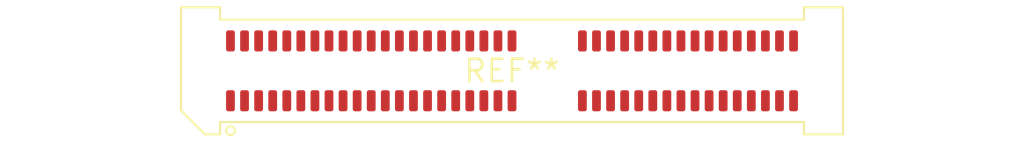
<source format=kicad_pcb>
(kicad_pcb (version 20240108) (generator pcbnew)
  (layers (0 "F.Cu" signal) (31 "B.Cu" signal) (34 "B.Paste" user) (35 "F.Paste" user) (36 "B.SilkS" user "B.Silkscreen") (37 "F.SilkS" user "F.Silkscreen") (38 "B.Mask" user) (39 "F.Mask" user) (44 "Edge.Cuts" user))
  (net 0 "")
  (footprint "Samtec_HSEC8-137-01-X-DV_2x37_P0.8mm_Pol21_Socket" (layer "F.Cu") (at 0 0)
    (property "Reference" "REF**")
    (property "Value" "Samtec_HSEC8-137-01-X-DV_2x37_P0.8mm_Pol21_Socket")
    (fp_line (start -18.81 -3.61) (end -16.59 -3.61) (layer "F.SilkS") (stroke (width 0.12)))
    (fp_line (start -18.81 2.245563) (end -18.81 -3.61) (layer "F.SilkS") (stroke (width 0.12)))
    (fp_line (start -17.445563 3.61) (end -18.81 2.245563) (layer "F.SilkS") (stroke (width 0.12)))
    (fp_line (start -16.59 -3.61) (end -16.59 -2.91) (layer "F.SilkS") (stroke (width 0.12)))
    (fp_line (start -16.59 -2.91) (end 16.59 -2.91) (layer "F.SilkS") (stroke (width 0.12)))
    (fp_line (start -16.59 2.91) (end -16.59 3.61) (layer "F.SilkS") (stroke (width 0.12)))
    (fp_line (start -16.59 3.61) (end -17.445563 3.61) (layer "F.SilkS") (stroke (width 0.12)))
    (fp_line (start 16.59 -3.61) (end 18.81 -3.61) (layer "F.SilkS") (stroke (width 0.12)))
    (fp_line (start 16.59 -2.91) (end 16.59 -3.61) (layer "F.SilkS") (stroke (width 0.12)))
    (fp_line (start 16.59 2.91) (end -16.59 2.91) (layer "F.SilkS") (stroke (width 0.12)))
    (fp_line (start 16.59 3.61) (end 16.59 2.91) (layer "F.SilkS") (stroke (width 0.12)))
    (fp_line (start 18.81 -3.61) (end 18.81 3.61) (layer "F.SilkS") (stroke (width 0.12)))
    (fp_line (start 18.81 3.61) (end 16.59 3.61) (layer "F.SilkS") (stroke (width 0.12)))
    (fp_arc (start -15.75 3.4) (mid -16.25 3.4) (end -15.75 3.4) (layer "F.SilkS") (stroke (width 0.12)))
    (pad "1" smd roundrect (at -16 1.7) (size 0.5 1.2) (layers "F.Cu" "F.Paste" "F.Mask"))
    (pad "2" smd roundrect (at -16 -1.7) (size 0.5 1.2) (layers "F.Cu" "F.Paste" "F.Mask"))
    (pad "3" smd roundrect (at -15.2 1.7) (size 0.5 1.2) (layers "F.Cu" "F.Paste" "F.Mask"))
    (pad "4" smd roundrect (at -15.2 -1.7) (size 0.5 1.2) (layers "F.Cu" "F.Paste" "F.Mask"))
    (pad "5" smd roundrect (at -14.4 1.7) (size 0.5 1.2) (layers "F.Cu" "F.Paste" "F.Mask"))
    (pad "6" smd roundrect (at -14.4 -1.7) (size 0.5 1.2) (layers "F.Cu" "F.Paste" "F.Mask"))
    (pad "7" smd roundrect (at -13.6 1.7) (size 0.5 1.2) (layers "F.Cu" "F.Paste" "F.Mask"))
    (pad "8" smd roundrect (at -13.6 -1.7) (size 0.5 1.2) (layers "F.Cu" "F.Paste" "F.Mask"))
    (pad "9" smd roundrect (at -12.8 1.7) (size 0.5 1.2) (layers "F.Cu" "F.Paste" "F.Mask"))
    (pad "10" smd roundrect (at -12.8 -1.7) (size 0.5 1.2) (layers "F.Cu" "F.Paste" "F.Mask"))
    (pad "11" smd roundrect (at -12 1.7) (size 0.5 1.2) (layers "F.Cu" "F.Paste" "F.Mask"))
    (pad "12" smd roundrect (at -12 -1.7) (size 0.5 1.2) (layers "F.Cu" "F.Paste" "F.Mask"))
    (pad "13" smd roundrect (at -11.2 1.7) (size 0.5 1.2) (layers "F.Cu" "F.Paste" "F.Mask"))
    (pad "14" smd roundrect (at -11.2 -1.7) (size 0.5 1.2) (layers "F.Cu" "F.Paste" "F.Mask"))
    (pad "15" smd roundrect (at -10.4 1.7) (size 0.5 1.2) (layers "F.Cu" "F.Paste" "F.Mask"))
    (pad "16" smd roundrect (at -10.4 -1.7) (size 0.5 1.2) (layers "F.Cu" "F.Paste" "F.Mask"))
    (pad "17" smd roundrect (at -9.6 1.7) (size 0.5 1.2) (layers "F.Cu" "F.Paste" "F.Mask"))
    (pad "18" smd roundrect (at -9.6 -1.7) (size 0.5 1.2) (layers "F.Cu" "F.Paste" "F.Mask"))
    (pad "19" smd roundrect (at -8.8 1.7) (size 0.5 1.2) (layers "F.Cu" "F.Paste" "F.Mask"))
    (pad "20" smd roundrect (at -8.8 -1.7) (size 0.5 1.2) (layers "F.Cu" "F.Paste" "F.Mask"))
    (pad "21" smd roundrect (at -8 1.7) (size 0.5 1.2) (layers "F.Cu" "F.Paste" "F.Mask"))
    (pad "22" smd roundrect (at -8 -1.7) (size 0.5 1.2) (layers "F.Cu" "F.Paste" "F.Mask"))
    (pad "23" smd roundrect (at -7.2 1.7) (size 0.5 1.2) (layers "F.Cu" "F.Paste" "F.Mask"))
    (pad "24" smd roundrect (at -7.2 -1.7) (size 0.5 1.2) (layers "F.Cu" "F.Paste" "F.Mask"))
    (pad "25" smd roundrect (at -6.4 1.7) (size 0.5 1.2) (layers "F.Cu" "F.Paste" "F.Mask"))
    (pad "26" smd roundrect (at -6.4 -1.7) (size 0.5 1.2) (layers "F.Cu" "F.Paste" "F.Mask"))
    (pad "27" smd roundrect (at -5.6 1.7) (size 0.5 1.2) (layers "F.Cu" "F.Paste" "F.Mask"))
    (pad "28" smd roundrect (at -5.6 -1.7) (size 0.5 1.2) (layers "F.Cu" "F.Paste" "F.Mask"))
    (pad "29" smd roundrect (at -4.8 1.7) (size 0.5 1.2) (layers "F.Cu" "F.Paste" "F.Mask"))
    (pad "30" smd roundrect (at -4.8 -1.7) (size 0.5 1.2) (layers "F.Cu" "F.Paste" "F.Mask"))
    (pad "31" smd roundrect (at -4 1.7) (size 0.5 1.2) (layers "F.Cu" "F.Paste" "F.Mask"))
    (pad "32" smd roundrect (at -4 -1.7) (size 0.5 1.2) (layers "F.Cu" "F.Paste" "F.Mask"))
    (pad "33" smd roundrect (at -3.2 1.7) (size 0.5 1.2) (layers "F.Cu" "F.Paste" "F.Mask"))
    (pad "34" smd roundrect (at -3.2 -1.7) (size 0.5 1.2) (layers "F.Cu" "F.Paste" "F.Mask"))
    (pad "35" smd roundrect (at -2.4 1.7) (size 0.5 1.2) (layers "F.Cu" "F.Paste" "F.Mask"))
    (pad "36" smd roundrect (at -2.4 -1.7) (size 0.5 1.2) (layers "F.Cu" "F.Paste" "F.Mask"))
    (pad "37" smd roundrect (at -1.6 1.7) (size 0.5 1.2) (layers "F.Cu" "F.Paste" "F.Mask"))
    (pad "38" smd roundrect (at -1.6 -1.7) (size 0.5 1.2) (layers "F.Cu" "F.Paste" "F.Mask"))
    (pad "39" smd roundrect (at -0.8 1.7) (size 0.5 1.2) (layers "F.Cu" "F.Paste" "F.Mask"))
    (pad "40" smd roundrect (at -0.8 -1.7) (size 0.5 1.2) (layers "F.Cu" "F.Paste" "F.Mask"))
    (pad "41" smd roundrect (at 0 1.7) (size 0.5 1.2) (layers "F.Cu" "F.Paste" "F.Mask"))
    (pad "42" smd roundrect (at 0 -1.7) (size 0.5 1.2) (layers "F.Cu" "F.Paste" "F.Mask"))
    (pad "43" smd roundrect (at 4 1.7) (size 0.5 1.2) (layers "F.Cu" "F.Paste" "F.Mask"))
    (pad "44" smd roundrect (at 4 -1.7) (size 0.5 1.2) (layers "F.Cu" "F.Paste" "F.Mask"))
    (pad "45" smd roundrect (at 4.8 1.7) (size 0.5 1.2) (layers "F.Cu" "F.Paste" "F.Mask"))
    (pad "46" smd roundrect (at 4.8 -1.7) (size 0.5 1.2) (layers "F.Cu" "F.Paste" "F.Mask"))
    (pad "47" smd roundrect (at 5.6 1.7) (size 0.5 1.2) (layers "F.Cu" "F.Paste" "F.Mask"))
    (pad "48" smd roundrect (at 5.6 -1.7) (size 0.5 1.2) (layers "F.Cu" "F.Paste" "F.Mask"))
    (pad "49" smd roundrect (at 6.4 1.7) (size 0.5 1.2) (layers "F.Cu" "F.Paste" "F.Mask"))
    (pad "50" smd roundrect (at 6.4 -1.7) (size 0.5 1.2) (layers "F.Cu" "F.Paste" "F.Mask"))
    (pad "51" smd roundrect (at 7.2 1.7) (size 0.5 1.2) (layers "F.Cu" "F.Paste" "F.Mask"))
    (pad "52" smd roundrect (at 7.2 -1.7) (size 0.5 1.2) (layers "F.Cu" "F.Paste" "F.Mask"))
    (pad "53" smd roundrect (at 8 1.7) (size 0.5 1.2) (layers "F.Cu" "F.Paste" "F.Mask"))
    (pad "54" smd roundrect (at 8 -1.7) (size 0.5 1.2) (layers "F.Cu" "F.Paste" "F.Mask"))
    (pad "55" smd roundrect (at 8.8 1.7) (size 0.5 1.2) (layers "F.Cu" "F.Paste" "F.Mask"))
    (pad "56" smd roundrect (at 8.8 -1.7) (size 0.5 1.2) (layers "F.Cu" "F.Paste" "F.Mask"))
    (pad "57" smd roundrect (at 9.6 1.7) (size 0.5 1.2) (layers "F.Cu" "F.Paste" "F.Mask"))
    (pad "58" smd roundrect (at 9.6 -1.7) (size 0.5 1.2) (layers "F.Cu" "F.Paste" "F.Mask"))
    (pad "59" smd roundrect (at 10.4 1.7) (size 0.5 1.2) (layers "F.Cu" "F.Paste" "F.Mask"))
    (pad "60" smd roundrect (at 10.4 -1.7) (size 0.5 1.2) (layers "F.Cu" "F.Paste" "F.Mask"))
    (pad "61" smd roundrect (at 11.2 1.7) (size 0.5 1.2) (layers "F.Cu" "F.Paste" "F.Mask"))
    (pad "62" smd roundrect (at 11.2 -1.7) (size 0.5 1.2) (layers "F.Cu" "F.Paste" "F.Mask"))
    (pad "63" smd roundrect (at 12 1.7) (size 0.5 1.2) (layers "F.Cu" "F.Paste" "F.Mask"))
    (pad "64" smd roundrect (at 12 -1.7) (size 0.5 1.2) (layers "F.Cu" "F.Paste" "F.Mask"))
    (pad "65" smd roundrect (at 12.8 1.7) (size 0.5 1.2) (layers "F.Cu" "F.Paste" "F.Mask"))
    (pad "66" smd roundrect (at 12.8 -1.7) (size 0.5 1.2) (layers "F.Cu" "F.Paste" "F.Mask"))
    (pad "67" smd roundrect (at 13.6 1.7) (size 0.5 1.2) (layers "F.Cu" "F.Paste" "F.Mask"))
    (pad "68" smd roundrect (at 13.6 -1.7) (size 0.5 1.2) (layers "F.Cu" "F.Paste" "F.Mask"))
    (pad "69" smd roundrect (at 14.4 1.7) (size 0.5 1.2) (layers "F.Cu" "F.Paste" "F.Mask"))
    (pad "70" smd roundrect (at 14.4 -1.7) (size 0.5 1.2) (layers "F.Cu" "F.Paste" "F.Mask"))
    (pad "71" smd roundrect (at 15.2 1.7) (size 0.5 1.2) (layers "F.Cu" "F.Paste" "F.Mask"))
    (pad "72" smd roundrect (at 15.2 -1.7) (size 0.5 1.2) (layers "F.Cu" "F.Paste" "F.Mask"))
    (pad "73" smd roundrect (at 16 1.7) (size 0.5 1.2) (layers "F.Cu" "F.Paste" "F.Mask"))
    (pad "74" smd roundrect (at 16 -1.7) (size 0.5 1.2) (layers "F.Cu" "F.Paste" "F.Mask"))
  )
)
</source>
